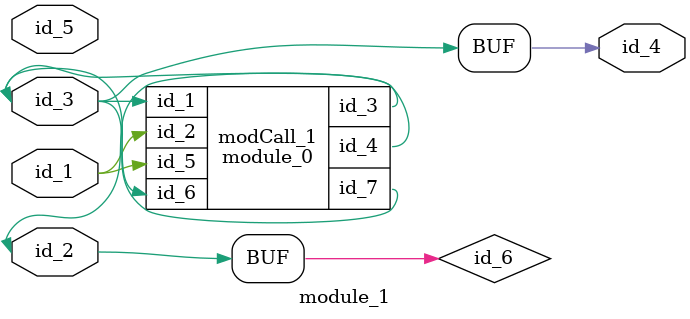
<source format=v>
module module_0 (
    id_1,
    id_2,
    id_3,
    id_4,
    id_5,
    id_6,
    id_7
);
  output wire id_7;
  input wire id_6;
  input wire id_5;
  inout wire id_4;
  output wire id_3;
  input wire id_2;
  input wire id_1;
  wire id_8;
endmodule
module module_1 (
    id_1,
    id_2,
    id_3,
    id_4,
    id_5
);
  input wire id_5;
  output wire id_4;
  input wire id_3;
  inout wire id_2;
  input wire id_1;
  wire id_6;
  assign id_4 = id_3;
  module_0 modCall_1 (
      id_3,
      id_1,
      id_4,
      id_2,
      id_1,
      id_3,
      id_4
  );
  initial id_6 = id_2;
  wire id_7;
endmodule

</source>
